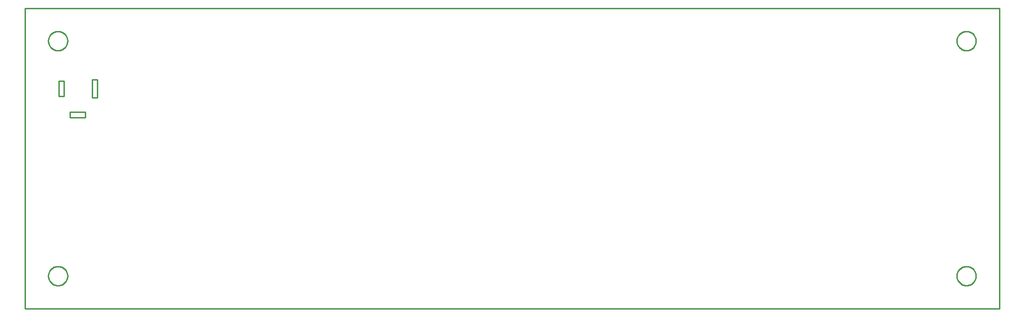
<source format=gbr>
G04 EAGLE Gerber RS-274X export*
G75*
%MOMM*%
%FSLAX34Y34*%
%LPD*%
%IN*%
%IPPOS*%
%AMOC8*
5,1,8,0,0,1.08239X$1,22.5*%
G01*
%ADD10C,0.254000*%


D10*
X-30000Y-30000D02*
X1750000Y-30000D01*
X1750000Y520000D01*
X-30000Y520000D01*
X-30000Y-30000D01*
X31300Y358900D02*
X41300Y358900D01*
X41300Y386900D01*
X31300Y386900D01*
X31300Y358900D01*
X92300Y356400D02*
X102300Y356400D01*
X102300Y389400D01*
X92300Y389400D01*
X92300Y356400D01*
X52300Y319900D02*
X80300Y319900D01*
X80300Y329900D01*
X52300Y329900D01*
X52300Y319900D01*
X1707500Y459427D02*
X1707425Y458284D01*
X1707276Y457148D01*
X1707052Y456024D01*
X1706755Y454917D01*
X1706387Y453832D01*
X1705949Y452774D01*
X1705442Y451746D01*
X1704869Y450754D01*
X1704232Y449801D01*
X1703535Y448892D01*
X1702779Y448031D01*
X1701969Y447221D01*
X1701108Y446465D01*
X1700199Y445768D01*
X1699246Y445131D01*
X1698254Y444558D01*
X1697226Y444051D01*
X1696168Y443613D01*
X1695083Y443245D01*
X1693976Y442948D01*
X1692852Y442725D01*
X1691716Y442575D01*
X1690573Y442500D01*
X1689427Y442500D01*
X1688284Y442575D01*
X1687148Y442725D01*
X1686024Y442948D01*
X1684917Y443245D01*
X1683832Y443613D01*
X1682774Y444051D01*
X1681746Y444558D01*
X1680754Y445131D01*
X1679801Y445768D01*
X1678892Y446465D01*
X1678031Y447221D01*
X1677221Y448031D01*
X1676465Y448892D01*
X1675768Y449801D01*
X1675131Y450754D01*
X1674558Y451746D01*
X1674051Y452774D01*
X1673613Y453832D01*
X1673245Y454917D01*
X1672948Y456024D01*
X1672725Y457148D01*
X1672575Y458284D01*
X1672500Y459427D01*
X1672500Y460573D01*
X1672575Y461716D01*
X1672725Y462852D01*
X1672948Y463976D01*
X1673245Y465083D01*
X1673613Y466168D01*
X1674051Y467226D01*
X1674558Y468254D01*
X1675131Y469246D01*
X1675768Y470199D01*
X1676465Y471108D01*
X1677221Y471969D01*
X1678031Y472779D01*
X1678892Y473535D01*
X1679801Y474232D01*
X1680754Y474869D01*
X1681746Y475442D01*
X1682774Y475949D01*
X1683832Y476387D01*
X1684917Y476755D01*
X1686024Y477052D01*
X1687148Y477276D01*
X1688284Y477425D01*
X1689427Y477500D01*
X1690573Y477500D01*
X1691716Y477425D01*
X1692852Y477276D01*
X1693976Y477052D01*
X1695083Y476755D01*
X1696168Y476387D01*
X1697226Y475949D01*
X1698254Y475442D01*
X1699246Y474869D01*
X1700199Y474232D01*
X1701108Y473535D01*
X1701969Y472779D01*
X1702779Y471969D01*
X1703535Y471108D01*
X1704232Y470199D01*
X1704869Y469246D01*
X1705442Y468254D01*
X1705949Y467226D01*
X1706387Y466168D01*
X1706755Y465083D01*
X1707052Y463976D01*
X1707276Y462852D01*
X1707425Y461716D01*
X1707500Y460573D01*
X1707500Y459427D01*
X1707500Y29427D02*
X1707425Y28284D01*
X1707276Y27148D01*
X1707052Y26024D01*
X1706755Y24917D01*
X1706387Y23832D01*
X1705949Y22774D01*
X1705442Y21746D01*
X1704869Y20754D01*
X1704232Y19801D01*
X1703535Y18892D01*
X1702779Y18031D01*
X1701969Y17221D01*
X1701108Y16465D01*
X1700199Y15768D01*
X1699246Y15131D01*
X1698254Y14558D01*
X1697226Y14051D01*
X1696168Y13613D01*
X1695083Y13245D01*
X1693976Y12948D01*
X1692852Y12725D01*
X1691716Y12575D01*
X1690573Y12500D01*
X1689427Y12500D01*
X1688284Y12575D01*
X1687148Y12725D01*
X1686024Y12948D01*
X1684917Y13245D01*
X1683832Y13613D01*
X1682774Y14051D01*
X1681746Y14558D01*
X1680754Y15131D01*
X1679801Y15768D01*
X1678892Y16465D01*
X1678031Y17221D01*
X1677221Y18031D01*
X1676465Y18892D01*
X1675768Y19801D01*
X1675131Y20754D01*
X1674558Y21746D01*
X1674051Y22774D01*
X1673613Y23832D01*
X1673245Y24917D01*
X1672948Y26024D01*
X1672725Y27148D01*
X1672575Y28284D01*
X1672500Y29427D01*
X1672500Y30573D01*
X1672575Y31716D01*
X1672725Y32852D01*
X1672948Y33976D01*
X1673245Y35083D01*
X1673613Y36168D01*
X1674051Y37226D01*
X1674558Y38254D01*
X1675131Y39246D01*
X1675768Y40199D01*
X1676465Y41108D01*
X1677221Y41969D01*
X1678031Y42779D01*
X1678892Y43535D01*
X1679801Y44232D01*
X1680754Y44869D01*
X1681746Y45442D01*
X1682774Y45949D01*
X1683832Y46387D01*
X1684917Y46755D01*
X1686024Y47052D01*
X1687148Y47276D01*
X1688284Y47425D01*
X1689427Y47500D01*
X1690573Y47500D01*
X1691716Y47425D01*
X1692852Y47276D01*
X1693976Y47052D01*
X1695083Y46755D01*
X1696168Y46387D01*
X1697226Y45949D01*
X1698254Y45442D01*
X1699246Y44869D01*
X1700199Y44232D01*
X1701108Y43535D01*
X1701969Y42779D01*
X1702779Y41969D01*
X1703535Y41108D01*
X1704232Y40199D01*
X1704869Y39246D01*
X1705442Y38254D01*
X1705949Y37226D01*
X1706387Y36168D01*
X1706755Y35083D01*
X1707052Y33976D01*
X1707276Y32852D01*
X1707425Y31716D01*
X1707500Y30573D01*
X1707500Y29427D01*
X47500Y29427D02*
X47425Y28284D01*
X47276Y27148D01*
X47052Y26024D01*
X46755Y24917D01*
X46387Y23832D01*
X45949Y22774D01*
X45442Y21746D01*
X44869Y20754D01*
X44232Y19801D01*
X43535Y18892D01*
X42779Y18031D01*
X41969Y17221D01*
X41108Y16465D01*
X40199Y15768D01*
X39246Y15131D01*
X38254Y14558D01*
X37226Y14051D01*
X36168Y13613D01*
X35083Y13245D01*
X33976Y12948D01*
X32852Y12725D01*
X31716Y12575D01*
X30573Y12500D01*
X29427Y12500D01*
X28284Y12575D01*
X27148Y12725D01*
X26024Y12948D01*
X24917Y13245D01*
X23832Y13613D01*
X22774Y14051D01*
X21746Y14558D01*
X20754Y15131D01*
X19801Y15768D01*
X18892Y16465D01*
X18031Y17221D01*
X17221Y18031D01*
X16465Y18892D01*
X15768Y19801D01*
X15131Y20754D01*
X14558Y21746D01*
X14051Y22774D01*
X13613Y23832D01*
X13245Y24917D01*
X12948Y26024D01*
X12725Y27148D01*
X12575Y28284D01*
X12500Y29427D01*
X12500Y30573D01*
X12575Y31716D01*
X12725Y32852D01*
X12948Y33976D01*
X13245Y35083D01*
X13613Y36168D01*
X14051Y37226D01*
X14558Y38254D01*
X15131Y39246D01*
X15768Y40199D01*
X16465Y41108D01*
X17221Y41969D01*
X18031Y42779D01*
X18892Y43535D01*
X19801Y44232D01*
X20754Y44869D01*
X21746Y45442D01*
X22774Y45949D01*
X23832Y46387D01*
X24917Y46755D01*
X26024Y47052D01*
X27148Y47276D01*
X28284Y47425D01*
X29427Y47500D01*
X30573Y47500D01*
X31716Y47425D01*
X32852Y47276D01*
X33976Y47052D01*
X35083Y46755D01*
X36168Y46387D01*
X37226Y45949D01*
X38254Y45442D01*
X39246Y44869D01*
X40199Y44232D01*
X41108Y43535D01*
X41969Y42779D01*
X42779Y41969D01*
X43535Y41108D01*
X44232Y40199D01*
X44869Y39246D01*
X45442Y38254D01*
X45949Y37226D01*
X46387Y36168D01*
X46755Y35083D01*
X47052Y33976D01*
X47276Y32852D01*
X47425Y31716D01*
X47500Y30573D01*
X47500Y29427D01*
X47500Y459427D02*
X47425Y458284D01*
X47276Y457148D01*
X47052Y456024D01*
X46755Y454917D01*
X46387Y453832D01*
X45949Y452774D01*
X45442Y451746D01*
X44869Y450754D01*
X44232Y449801D01*
X43535Y448892D01*
X42779Y448031D01*
X41969Y447221D01*
X41108Y446465D01*
X40199Y445768D01*
X39246Y445131D01*
X38254Y444558D01*
X37226Y444051D01*
X36168Y443613D01*
X35083Y443245D01*
X33976Y442948D01*
X32852Y442725D01*
X31716Y442575D01*
X30573Y442500D01*
X29427Y442500D01*
X28284Y442575D01*
X27148Y442725D01*
X26024Y442948D01*
X24917Y443245D01*
X23832Y443613D01*
X22774Y444051D01*
X21746Y444558D01*
X20754Y445131D01*
X19801Y445768D01*
X18892Y446465D01*
X18031Y447221D01*
X17221Y448031D01*
X16465Y448892D01*
X15768Y449801D01*
X15131Y450754D01*
X14558Y451746D01*
X14051Y452774D01*
X13613Y453832D01*
X13245Y454917D01*
X12948Y456024D01*
X12725Y457148D01*
X12575Y458284D01*
X12500Y459427D01*
X12500Y460573D01*
X12575Y461716D01*
X12725Y462852D01*
X12948Y463976D01*
X13245Y465083D01*
X13613Y466168D01*
X14051Y467226D01*
X14558Y468254D01*
X15131Y469246D01*
X15768Y470199D01*
X16465Y471108D01*
X17221Y471969D01*
X18031Y472779D01*
X18892Y473535D01*
X19801Y474232D01*
X20754Y474869D01*
X21746Y475442D01*
X22774Y475949D01*
X23832Y476387D01*
X24917Y476755D01*
X26024Y477052D01*
X27148Y477276D01*
X28284Y477425D01*
X29427Y477500D01*
X30573Y477500D01*
X31716Y477425D01*
X32852Y477276D01*
X33976Y477052D01*
X35083Y476755D01*
X36168Y476387D01*
X37226Y475949D01*
X38254Y475442D01*
X39246Y474869D01*
X40199Y474232D01*
X41108Y473535D01*
X41969Y472779D01*
X42779Y471969D01*
X43535Y471108D01*
X44232Y470199D01*
X44869Y469246D01*
X45442Y468254D01*
X45949Y467226D01*
X46387Y466168D01*
X46755Y465083D01*
X47052Y463976D01*
X47276Y462852D01*
X47425Y461716D01*
X47500Y460573D01*
X47500Y459427D01*
M02*

</source>
